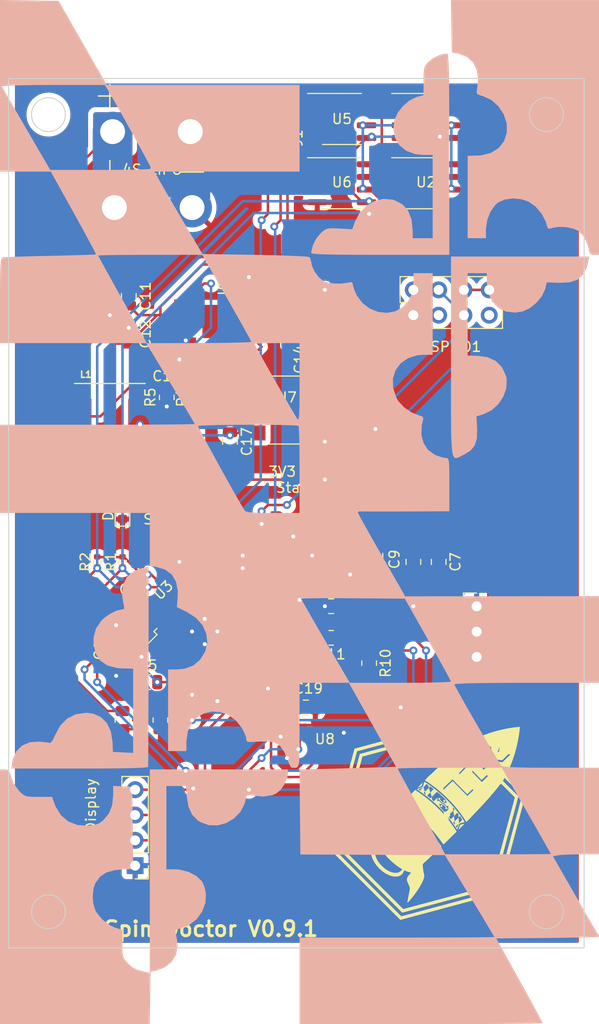
<source format=kicad_pcb>
(kicad_pcb (version 20211014) (generator pcbnew)
  (layers (0 "F.Cu" signal) (31 "B.Cu" signal) (34 "B.Paste" user) (35 "F.Paste" user) (36 "B.SilkS" user "B.Silkscreen") (37 "F.SilkS" user "F.Silkscreen") (38 "B.Mask" user) (39 "F.Mask" user) (44 "Edge.Cuts" user))
  (net 0 "")
  (net 1 "GND")
  (net 2 "/Microcontroller/SWDIO")
  (net 3 "+3V3")
  (net 4 "/Microcontroller/SWCLK")
  (net 12 "Net-(C10-Pad1)")
  (net 13 "Net-(C10-Pad2)")
  (net 16 "Net-(C1-Pad1)")
  (net 17 "/VBAT")
  (net 18 "Net-(D1-Pad2)")
  (net 19 "Net-(D2-Pad2)")
  (net 20 "Net-(C13-Pad2)")
  (net 45 "Net-(R10-Pad1)")
  (net 46 "Net-(R11-Pad1)")
  (net 47 "Net-(R12-Pad1)")
  (net 49 "Net-(C8-Pad2)")
  (net 74 "Net-(C14-Pad1)")
  (net 75 "Net-(C14-Pad2)")
  (net 76 "+5V")
  (net 77 "Net-(IC1-Pad7)")
  (net 78 "Net-(IC1-Pad5)")
  (net 81 "/Microcontroller/PA2")
  (net 82 "/Microcontroller/PA3")
  (net 84 "/SCL")
  (net 85 "/SDA")
  (net 88 "Net-(D3-Pad2)")
  (net 89 "/ESC_Cont")
  (net 90 "Net-(R13-Pad1)")
  (footprint "Capacitor_SMD:C_0805_2012Metric" (layer "F.Cu") (at 124.78 103.505)
    (fp_text reference "C6")
    (fp_text value "4.7uF" hide)
  )
  (footprint "Connector_PinHeader_1.27mm:PinHeader_2x05_P1.27mm_Vertical_SMD" (layer "F.Cu") (at 118.11 61.595 -90)
    (fp_text reference "J1")
    (fp_text value "Conn_ARM_JTAG_SWD_10")
  )
  (footprint "Connector_Wire:SolderWire-2sqmm_1x02_P7.8mm_D2mm_OD3.9mm" (layer "F.Cu") (at 103.78 60.96)
    (fp_text reference "J2" hide)
    (fp_text value "Conn_01x02_Female" hide)
  )
  (footprint "Capacitor_SMD:C_0805_2012Metric" (layer "F.Cu") (at 109.22 83.82 180)
    (fp_text reference "C10")
    (fp_text value "10nF" hide)
  )
  (footprint "Connector_PinHeader_2.54mm:PinHeader_1x03_P2.54mm_Vertical" (layer "F.Cu") (at 140.335 108.6)
    (fp_text reference "J5" hide)
    (fp_text value "ESC Connector" hide)
  )
  (footprint "Resistor_SMD:R_0805_2012Metric" (layer "F.Cu") (at 104.775 95.25 90)
    (fp_text reference "R8")
    (fp_text value "10k")
  )
  (footprint "Capacitor_SMD:C_0805_2012Metric" (layer "F.Cu") (at 136.525 104.14 -90)
    (fp_text reference "C7")
    (fp_text value "0.1uF" hide)
  )
  (footprint "Connector_PinHeader_2.54mm:PinHeader_1x04_P2.54mm_Vertical" (layer "F.Cu") (at 106.045 134.62 180)
    (fp_text reference "J6" hide)
    (fp_text value "OLED Display" hide)
  )
  (footprint "Resistor_SMD:R_0805_2012Metric" (layer "F.Cu") (at 127.635 81.915 180)
    (fp_text reference "R6")
    (fp_text value "6.8k" hide)
  )
  (footprint "Resistor_SMD:R_0402_1005Metric" (layer "F.Cu") (at 102.235 104.14 90)
    (fp_text reference "R2")
    (fp_text value "4.7k")
  )
  (footprint "Capacitor_SMD:C_0805_2012Metric" (layer "F.Cu") (at 111.125 95.25 180)
    (fp_text reference "C16")
    (fp_text value "22uF 6.3V CERM" hide)
  )
  (footprint "Capacitor_SMD:C_0805_2012Metric" (layer "F.Cu") (at 104.14 113.03 90)
    (fp_text reference "C1")
    (fp_text value "100nF" hide)
  )
  (footprint "Capacitor_SMD:C_0805_2012Metric" (layer "F.Cu") (at 111.125 91.44 180)
    (fp_text reference "C15")
    (fp_text value "22uF 6.3V CERM" hide)
  )
  (footprint "LED_SMD:LED_0603_1608Metric" (layer "F.Cu") (at 128.27 95.885 90)
    (fp_text reference "D1")
    (fp_text value "LED" hide)
  )
  (footprint "Resistor_SMD:R_0805_2012Metric" (layer "F.Cu") (at 122.555 79.375 180)
    (fp_text reference "R3")
    (fp_text value "100k" hide)
  )
  (footprint "Capacitor_SMD:C_0805_2012Metric" (layer "F.Cu") (at 105.41 77.47 -90)
    (fp_text reference "C11")
    (fp_text value "10uF 25V CERM" hide)
  )
  (footprint "Resistor_SMD:R_0805_2012Metric" (layer "F.Cu") (at 129.54 114.3 -90)
    (fp_text reference "R10")
    (fp_text value "4.7K" hide)
  )
  (footprint "Resistor_SMD:R_0805_2012Metric" (layer "F.Cu") (at 112.395 87.63 90)
    (fp_text reference "R4")
    (fp_text value "44.2k" hide)
  )
  (footprint "Capacitor_SMD:C_0805_2012Metric" (layer "F.Cu") (at 122.555 81.915 180)
    (fp_text reference "C14")
    (fp_text value "3.9nF" hide)
  )
  (footprint "Capacitor_SMD:C_0805_2012Metric" (layer "F.Cu") (at 133.985 104.14 -90)
    (fp_text reference "C9")
    (fp_text value "0.1uF" hide)
  )
  (footprint "Resistor_SMD:R_0805_2012Metric" (layer "F.Cu") (at 109.22 87.63 90)
    (fp_text reference "R5")
    (fp_text value "10k" hide)
  )
  (footprint "Capacitor_SMD:C_0805_2012Metric" (layer "F.Cu") (at 105.41 81.28 -90)
    (fp_text reference "C12")
    (fp_text value "10uF 25V CERM" hide)
  )
  (footprint "Resistor_SMD:R_0805_2012Metric" (layer "F.Cu") (at 125.73 111.76 180)
    (fp_text reference "R11")
    (fp_text value "4.7K" hide)
  )
  (footprint "MP2307:SO8-TH" (layer "F.Cu") (at 113.665 80.01 -90)
    (fp_text reference "IC1")
    (fp_text value "MP2307" hide)
  )
  (footprint "Package_SO:SOIC-8_3.9x4.9mm_P1.27mm" (layer "F.Cu") (at 135.255 66.14)
    (fp_text reference "U2")
    (fp_text value "CAT24M01W")
  )
  (footprint "B320A-13-F:DIOM5226X230N" (layer "F.Cu") (at 100.33 76.2 90)
    (fp_text reference "D3")
    (fp_text value "D_Schottky" hide)
  )
  (footprint "Capacitor_SMD:C_0805_2012Metric" (layer "F.Cu") (at 118.745 120.015)
    (fp_text reference "C20")
    (fp_text value "100nF" hide)
  )
  (footprint "Resistor_SMD:R_0402_1005Metric" (layer "F.Cu") (at 104.775 104.14 90)
    (fp_text reference "R1")
    (fp_text value "4.7k")
  )
  (footprint "Package_QFP:LQFP-48_7x7mm_P0.5mm" (layer "F.Cu") (at 113.03 111.125 45)
    (fp_text reference "U3")
    (fp_text value "STM32F103C8Tx" hide)
  )
  (footprint "Resistor_SMD:R_0805_2012Metric" (layer "F.Cu") (at 130.175 103.505 90)
    (fp_text reference "R12")
    (fp_text value "10K")
  )
  (footprint "Capacitor_SMD:C_0805_2012Metric" (layer "F.Cu") (at 121.285 112.395 180)
    (fp_text reference "C2")
    (fp_text value "100nF" hide)
  )
  (footprint "Package_SO:SOIC-8_3.9x4.9mm_P1.27mm" (layer "F.Cu") (at 126.805 66.14)
    (fp_text reference "U6")
    (fp_text value "CAT24M01W")
  )
  (footprint "Package_TO_SOT_SMD:SOT-223-3_TabPin2" (layer "F.Cu") (at 121.285 88.9)
    (fp_text reference "U7")
    (fp_text value "LD1117S33TR_SOT223" hide)
  )
  (footprint "Capacitor_SMD:C_0805_2012Metric" (layer "F.Cu") (at 128.27 88.265 90)
    (fp_text reference "C18")
    (fp_text value "10uF" hide)
  )
  (footprint "BNO085:BNO085" (layer "F.Cu") (at 130.175 109.22)
    (fp_text reference "U4")
    (fp_text value "BNO085")
  )
  (footprint "LED_SMD:LED_0603_1608Metric" (layer "F.Cu") (at 104.775 99.06 90)
    (fp_text reference "D2")
    (fp_text value "LED")
  )
  (footprint "LOGO" (layer "F.Cu") (at 135.255 130.175)
    (fp_text reference "G***")
    (fp_text value "LOGO" hide)
  )
  (footprint "Resistor_SMD:R_0805_2012Metric" (layer "F.Cu") (at 104.775 120.015 -90)
    (fp_text reference "R9")
    (fp_text value "1k" hide)
  )
  (footprint "Package_SO:SOIC-8_3.9x4.9mm_P1.27mm" (layer "F.Cu") (at 126.805 59.69)
    (fp_text reference "U5")
    (fp_text value "CAT24M01W")
  )
  (footprint "Connector_Wire:SolderWire-2sqmm_1x02_P7.8mm_D2mm_OD3.9mm" (layer "F.Cu") (at 103.96 68.58)
    (fp_text reference "J4" hide)
    (fp_text value "ESC Power" hide)
  )
  (footprint "ASPI-0630LR-100M-T15:IND_ASPI-0630LR-100M-T15" (layer "F.Cu") (at 103.505 89.535)
    (fp_text reference "L1")
    (fp_text value "10uH 4A" hide)
  )
  (footprint "Capacitor_SMD:C_0805_2012Metric" (layer "F.Cu") (at 114.3 102.87 -90)
    (fp_text reference "C3")
    (fp_text value "100nF" hide)
  )
  (footprint "Resistor_SMD:R_0805_2012Metric" (layer "F.Cu") (at 108.585 120.015 -90)
    (fp_text reference "R13")
    (fp_text value "198" hide)
  )
  (footprint "Connector_PinHeader_2.54mm:PinHeader_2x04_P2.54mm_Vertical" (layer "F.Cu") (at 133.98 79.38 90)
    (fp_text reference "J3" hide)
    (fp_text value "ESP_01_Socket" hide)
  )
  (footprint "Capacitor_SMD:C_0805_2012Metric" (layer "F.Cu") (at 107.315 116.205)
    (fp_text reference "C5")
    (fp_text value "100nF" hide)
  )
  (footprint "Capacitor_SMD:C_0805_2012Metric" (layer "F.Cu") (at 115.57 92.075 -90)
    (fp_text reference "C17")
    (fp_text value "100nF" hide)
  )
  (footprint "Capacitor_SMD:C_0805_2012Metric" (layer "F.Cu") (at 105.41 108.585)
    (fp_text reference "C4")
    (fp_text value "100nF" hide)
  )
  (footprint "Capacitor_SMD:C_0805_2012Metric" (layer "F.Cu") (at 125.73 108.585)
    (fp_text reference "C8")
    (fp_text value "0.1uF")
  )
  (footprint "Capacitor_SMD:C_0805_2012Metric" (layer "F.Cu") (at 123.19 118.745 180)
    (fp_text reference "C19")
    (fp_text value "100nF" hide)
  )
  (footprint "Resistor_SMD:R_0805_2012Metric" (layer "F.Cu") (at 128.27 92.075 90)
    (fp_text reference "R7")
    (fp_text value "500" hide)
  )
  (footprint "BMP581:BMP581" (layer "F.Cu") (at 122.555 121.285)
    (fp_text reference "U8")
    (fp_text value "BMP581" hide)
  )
  (footprint "Capacitor_SMD:C_0805_2012Metric" (layer "F.Cu") (at 119.38 76.835 -90)
    (fp_text reference "C13")
    (fp_text value "0.1uF" hide)
  )
  (footprint "Package_SO:SOIC-8_3.9x4.9mm_P1.27mm" (layer "F.Cu") (at 135.255 59.69)
    (fp_text reference "U1")
    (fp_text value "CAT24M01W")
  )
  (footprint "LOGO" (layer "B.Cu") (at 122.555 99.06 -90)
    (fp_text reference "G***" hide)
    (fp_text value "LOGO" hide)
  )
  (gr_circle (center 97.34 139.2505) (end 99.04 139.2505) (layer "Edge.Cuts") (width 0.1) (fill none))
  (gr_rect (start 93.345 55.626) (end 151.13 142.875) (layer "Edge.Cuts") (width 0.1) (fill none))
  (gr_circle (center 97.34 59.2505) (end 99.04 59.2505) (layer "Edge.Cuts") (width 0.1) (fill none))
  (gr_circle (center 147.34 59.2505) (end 149.04 59.2505) (layer "Edge.Cuts") (width 0.1) (fill none))
  (gr_circle (center 147.34 139.2505) (end 149.04 139.2505) (layer "Edge.Cuts") (width 0.1) (fill none))
  (gr_text "4S LIPO" (at 107.77 64.77) (layer "F.SilkS") (effects (font (size 1 1))))
  (gr_text "ESC Power" (at 107.77 72.39) (layer "F.SilkS") (effects (font (size 1 1))))
  (gr_text "ESC" (at 143.51 111.125) (layer "F.SilkS") (effects (font (size 1 1))))
  (gr_text "+" (at 103.505 64.77) (layer "F.SilkS") (effects (font (size 3 3))))
  (gr_text "-" (at 111.76 64.77) (layer "F.SilkS") (effects (font (size 3 3))))
  (gr_text "5V Bus\nStatus" (at 109.22 99.06) (layer "F.SilkS") (effects (font (size 1 1))))
  (gr_text "Spin Doctor V0.9.1" (at 113.665 140.97) (layer "F.SilkS") (effects (font (size 1.5 1.5) (thickness 0.3))))
  (gr_text "3V3 Bus\nStatus" (at 122.555 95.885) (layer "F.SilkS") (effects (font (size 1 1))))
  (gr_text "-" (at 111.76 57.15) (layer "F.SilkS") (effects (font (size 3 3))))
  (gr_text "ESP-01" (at 137.795 82.55) (layer "F.SilkS") (effects (font (size 1 1))))
  (gr_text "OLED Display" (at 101.6 130.81 90) (layer "F.SilkS") (effects (font (size 1 1))))
  (gr_text "+" (at 103.505 57.15) (layer "F.SilkS") (effects (font (size 3 3))))
  (segment (start 110.175 91.44) (end 109.22 90.485) (width 0.25) (layer "F.Cu") (net 1))
  (segment (start 110.616998 114.598662) (end 112.82066 112.395) (width 0.25) (layer "F.Cu") (net 1))
  (segment (start 112.454455 109.279455) (end 113.03 109.855) (width 0.25) (layer "F.Cu") (net 1))
  (segment (start 129.425 106.9575) (end 127.8775 105.41) (width 0.25) (layer "F.Cu") (net 1))
  (segment (start 116.115489 104.229511) (end 116.84 103.505) (width 0.25) (layer "F.Cu") (net 1))
  (segment (start 110.123795 109.279455) (end 112.454455 109.279455) (width 0.25) (layer "F.Cu") (net 1))
  (segment (start 128.6125 106.97) (end 129.4125 106.97) (width 0.25) (layer "F.Cu") (net 1))
  (segment (start 108.495678 109.772658) (end 109.84802 111.125) (width 0.25) (layer "F.Cu") (net 1))
  (segment (start 122.055 122.06) (end 121.285 122.83) (width 0.25) (layer "F.Cu") (net 1))
  (segment (start 131.7375 108.966) (end 133.604 108.966) (width 0.25) (layer "F.Cu") (net 1))
  (segment (start 117.564322 112.477342) (end 116.21198 111.125) (width 0.25) (layer "F.Cu") (net 1))
  (segment (start 130.925 106.9575) (end 130.925 108.757022) (width 0.25) (layer "F.Cu") (net 1))
  (segment (start 109.84802 111.125) (end 111.76 111.125) (width 0.25) (layer "F.Cu") (net 1))
  (segment (start 112.82066 112.395) (end 113.03 112.395) (width 0.25) (layer "F.Cu") (net 1))
  (segment (start 114.382342 106.590678) (end 116.115489 104.857531) (width 0.25) (layer "F.Cu") (net 1))
  (segment (start 131.133978 108.966) (end 131.7375 108.966) (width 0.25) (layer "F.Cu") (net 1))
  (segment (start 133.604 108.966) (end 133.985 108.585) (width 0.25) (layer "F.Cu") (net 1))
  (segment (start 121.285 122.83) (end 121.285 123.825) (width 0.25) (layer "F.Cu") (net 1))
  (segment (start 109.22 90.485) (end 109.22 88.5425) (width 0.25) (layer "F.Cu") (net 1))
  (segment (start 116.115489 104.857531) (end 116.115489 104.229511) (width 0.25) (layer "F.Cu") (net 1))
  (segment (start 123.055 120.51) (end 126.225 120.51) (width 0.25) (layer "F.Cu") (net 1))
  (segment (start 126.225 120.51) (end 127 121.285) (width 0.25) (layer "F.Cu") (net 1))
  (segment (start 129.4125 106.97) (end 129.425 106.9575) (width 0.25) (layer "F.Cu") (net 1))
  (segment (start 110.175 91.44) (end 110.175 95.25) (width 0.25) (layer "F.Cu") (net 1))
  (segment (start 116.21198 111.125) (end 114.3 111.125) (width 0.25) (layer "F.Cu") (net 1))
  (segment (start 122.555 120.51) (end 123.055 120.51) (width 0.25) (layer "F.Cu") (net 1))
  (segment (start 127.8775 105.41) (end 127.635 105.41) (width 0.25) (layer "F.Cu") (net 1))
  (segment (start 109.556338 108.711998) (end 110.123795 109.279455) (width 0.25) (layer "F.Cu") (net 1))
  (segment (start 130.925 108.757022) (end 131.133978 108.966) (width 0.25) (layer "F.Cu") (net 1))
  (via (at 103.505 79.375) (size 0.8) (drill 0.4) (layers "F.Cu" "B.Cu") (net 1))
  (via (at 105.41 80.645) (size 0.8) (drill 0.4) (layers "F.Cu" "B.Cu") (net 1))
  (via (at 123.825 103.505) (size 0.8) (drill 0.4) (layers "F.Cu" "B.Cu") (net 1))
  (via (at 127 121.285) (size 0.8) (drill 0.4) (layers "F.Cu" "B.Cu") (net 1))
  (via (at 113.03 109.855) (size 0.8) (drill 0.4) (layers "F.Cu" "B.Cu") (net 1))
  (via (at 111.125 81.915) (size 0.8) (drill 0.4) (layers "F.Cu" "B.Cu") (net 1))
  (via (at 133.985 108.585) (size 0.8) (drill 0.4) (layers "F.Cu" "B.Cu") (net 1))
  (via (at 104.14 110.49) (size 0.8) (drill 0.4) (layers "F.Cu" "B.Cu") (net 1))
  (via (at 117.475 75.565) (size 0.8) (drill 0.4) (layers "F.Cu" "B.Cu") (net 1))
  (via (at 111.76 111.125) (size 0.8) (drill 0.4) (layers "F.Cu" "B.Cu") (net 1))
  (via (at 118.745 100.33) (size 0.8) (drill 0.4) (layers "F.Cu" "B.Cu") (net 1))
  (via (at 109.22 88.5425) (size 0.8) (drill 0.4) (layers "F.Cu" "B.Cu") (net 1))
  (via (at 116.84 103.505) (size 0.8) (drill 0.4) (layers "F.Cu" "B.Cu") (net 1))
  (via (at 122.555 107.95) (size 0.8) (drill 0.4) (layers "F.Cu" "B.Cu") (net 1))
  (via (at 114.3 111.125) (size 0.8) (drill 0.4) (layers "F.Cu" "B.Cu") (net 1))
  (via (at 113.03 112.395) (size 0.8) (drill 0.4) (layers "F.Cu" "B.Cu") (net 1))
  (via (at 125.095 108.585) (size 0.8) (drill 0.4) (layers "F.Cu" "B.Cu") (net 1))
  (via (at 104.14 115.57) (size 0.8) (drill 0.4) (layers "F.Cu" "B.Cu") (net 1))
  (via (at 127.635 105.41) (size 0.8) (drill 0.4) (layers "F.Cu" "B.Cu") (net 1))
  (via (at 121.285 123.825) (size 0.8) (drill 0.4) (layers "F.Cu" "B.Cu") (net 1))
  (segment (start 116.84 103.505) (end 116.84 102.235) (width 0.25) (layer "B.Cu") (net 1))
  (segment (start 111.58 68.4) (end 111.76 68.58) (width 4) (layer "B.Cu") (net 1))
  (segment (start 111.58 60.96) (end 111.58 68.4) (width 4) (layer "B.Cu") (net 1))
  (segment (start 124.46 107.95) (end 122.555 107.95) (width 0.25) (layer "B.Cu") (net 1))
  (segment (start 116.84 102.235) (end 118.745 100.33) (width 0.25) (layer "B.Cu") (net 1))
  (segment (start 125.095 108.585) (end 124.46 107.95) (width 0.25) (layer "B.Cu") (net 1))
  (segment (start 120.65 69.85) (end 120.015 70.485) (width 0.25) (layer "F.Cu") (net 2))
  (segment (start 116.84 104.775) (end 115.670361 105.944639) (width 0.25) (layer "F.Cu") (net 2))
  (segment (start 120.65 63.545) (end 120.65 69.85) (width 0.25) (layer "F.Cu") (net 2))
  (segment (start 115.670361 106.009765) (end 114.735895 106.944231) (width 0.25) (layer "F.Cu") (net 2))
  (segment (start 115.670361 105.944639) (end 115.670361 106.009765) (width 0.25) (layer "F.Cu") (net 2))
  (via (at 116.84 104.775) (size 0.8) (drill 0.4) (layers "F.Cu" "B.Cu") (net 2))
  (via (at 120.015 70.485) (size 0.8) (drill 0.4) (layers "F.Cu" "B.Cu") (net 2))
  (segment (start 120.104511 70.574511) (end 120.104511 101.510489) (width 0.25) (layer "B.Cu") (net 2))
  (segment (start 120.104511 101.510489) (end 116.84 104.775) (width 0.25) (layer "B.Cu") (net 2))
  (segment (start 120.015 70.485) (end 120.104511 70.574511) (width 0.25) (layer "B.Cu") (net 2))
  (segment (start 125.73 103.505) (end 124.632973 102.407973) (width 0.25) (layer "F.Cu") (net 3))
  (segment (start 118.189088 112.395) (end 120.335 112.395) (width 0.25) (layer "F.Cu") (net 3))
  (segment (start 120.335 108.9) (end 120.335 112.395) (width 0.25) (layer "F.Cu") (net 3))
  (segment (start 107.315 109.299088) (end 107.315 109.22) (width 0.25) (layer "F.Cu") (net 3))
  (segment (start 108.142124 110.126212) (end 107.315 109.299088) (width 0.25) (layer "F.Cu") (net 3))
  (segment (start 130.425 107.769022) (end 129.224022 108.97) (width 0.25) (layer "F.Cu") (net 3))
  (segment (start 126.365 102.87) (end 125.73 103.505) (width 0.25) (layer "F.Cu") (net 3))
  (segment (start 130.175 57.15) (end 137.095 57.15) (width 0.25) (layer "F.Cu") (net 3))
  (segment (start 125.095 92.075) (end 126.365 93.345) (width 0.25) (layer "F.Cu") (net 3))
  (segment (start 126.365 101.6) (end 127 102.235) (width 0.25) (layer "F.Cu") (net 3))
  (segment (start 108.039511 103.415489) (end 106.36 105.095) (width 0.25) (layer "F.Cu") (net 3))
  (segment (start 130.175 102.5925) (end 133.3875 102.5925) (width 0.25) (layer "F.Cu") (net 3))
  (segment (start 126.365 101.6) (end 126.365 102.87) (width 0.25) (layer "F.Cu") (net 3))
  (segment (start 120.65 125.73) (end 122.555 125.73) (width 0.25) (layer "F.Cu") (net 3))
  (segment (start 130.81 63.911072) (end 132.403928 65.505) (width 0.25) (layer "F.Cu") (net 3))
  (segment (start 127.955 88.9) (end 124.435 88.9) (width 0.25) (layer "F.Cu") (net 3))
  (segment (start 120.597493 115.57) (end 118.745 115.57) (width 0.25) (layer "F.Cu") (net 3))
  (segment (start 139.065 57.15) (end 140.335 58.42) (width 0.25) (layer "F.Cu") (net 3))
  (segment (start 130.81 63.5) (end 130.075 64.235) (width 0.25) (layer "F.Cu") (net 3))
  (segment (start 128.27 115.2125) (end 129.54 115.2125) (width 0.25) (layer "F.Cu") (net 3))
  (segment (start 129.28 57.785) (end 128.905 57.785) (width 0.25) (layer "F.Cu") (net 3))
  (segment (start 114.3 105.965912) (end 114.3 103.82) (width 0.25) (layer "F.Cu") (net 3))
  (segment (start 121.344511 73.084511) (end 125.095 76.835) (width 0.25) (layer "F.Cu") (net 3))
  (segment (start 113.056724 123.216724) (end 113.056724 127.608276) (width 0.25) (layer "F.Cu") (net 3))
  (segment (start 119.695 123.505) (end 119.695 124.775) (width 0.25) (layer "F.Cu") (net 3))
  (segment (start 122.02 66.775) (end 121.344511 66.099511) (width 0.25) (layer "F.Cu") (net 3))
  (segment (start 126.365 98.425) (end 125.095 98.425) (width 0.25) (layer "F.Cu") (net 3))
  (segment (start 139.06 76.84) (end 141.6 76.84) (width 0.25) (layer "F.Cu") (net 3))
  (segment (start 120.323478 120.015) (end 119.695 120.015) (width 0.25) (layer "F.Cu") (net 3))
  (segment (start 104.775 103.66) (end 104.925 103.66) (width 0.25) (layer "F.Cu") (net 3))
  (segment (start 128.27 89.215) (end 126.365 91.12) (width 0.25) (layer "F.Cu") (net 3))
  (segment (start 121.344511 66.099511) (end 121.344511 73.084511) (width 0.25) (layer "F.Cu") (net 3))
  (segment (start 127 104.14) (end 123.825 107.315) (width 0.25) (layer "F.Cu") (net 3))
  (segment (start 137.795 74.295) (end 139.06 75.56) (width 0.25) (layer "F.Cu") (net 3))
  (segment (start 130.075 64.235) (end 129.28 64.235) (width 0.25) (layer "F.Cu") (net 3))
  (segment (start 128.903928 57.785) (end 129.28 57.785) (width 0.25) (layer "F.Cu") (net 3))
  (segment (start 127 102.235) (end 127 104.14) (width 0.25) (layer "F.Cu") (net 3))
  (segment (start 107.315 109.22) (end 106.68 108.585) (width 0.25) (layer "F.Cu") (net 3))
  (segment (start 122.055 118.93) (end 122.055 120.51) (width 0.25) (layer "F.Cu") (net 3))
  (segment (start 115.712027 102.407973) (end 114.3 103.82) (width 0.25) (layer "F.Cu") (net 3))
  (segment (start 123.825 110.7675) (end 123.825 112.342493) (width 0.25) (layer "F.Cu") (net 3))
  (segment (start 132.715 107.104022) (end 132.349022 107.47) (width 0.25) (layer "F.Cu") (net 3))
  (segment (start 113.03 123.19) (end 113.056724 123.216724) (width 0.25) (layer "F.Cu") (net 3))
  (segment (start 124.33 65.505) (end 122.02 65.505) (width 0.25) (layer "F.Cu") (net 3))
  (segment (start 126.365 91.12) (end 126.365 93.345) (width 0.25) (layer "F.Cu") (net 3))
  (segment (start 126.365 98.425) (end 126.365 101.6) (width 0.25) (layer "F.Cu") (net 3))
  (segment (start 123.825 112.342493) (end 120.597493 115.57) (width 0.25) (layer "F.Cu") (net 3))
  (segment (start 128.27 89.215) (end 127.955 88.9) (width 0.25) (layer "F.Cu") (net 3))
  (segment (start 106.36 105.095) (end 106.36 108.585) (width 0.25) (layer "F.Cu") (net 3))
  (segment (start 106.36 113.345) (end 106.68 113.665) (width 0.25) (layer "F.Cu") (net 3))
  (segment (start 124.435 88.9) (end 118.135 88.9) (width 0.25) (layer "F.Cu") (net 3))
  (segment (start 121.343478 121.035) (end 120.323478 120.015) (width 0.25) (layer "F.Cu") (net 3))
  (segment (start 133.985 103.19) (end 136.525 103.19) (width 0.25) (layer "F.Cu") (net 3))
  (segment (start 114.028788 106.237124) (end 114.3 105.965912) (width 0.25) (layer "F.Cu") (net 3))
  (segment (start 121.344511 64.829511) (end 121.344511 66.099511) (width 0.25) (layer "F.Cu") (net 3))
  (segment (start 123.825 110.7675) (end 124.8175 111.76) (width 0.25) (layer "F.Cu") (net 3))
  (segment (start 140.335 58.42) (end 140.335 62.865) (width 0.25) (layer "F.Cu") (net 3))
  (segment (start 132.037989 104.732989) (end 130.425 106.345978) (width 0.25) (layer "F.Cu") (net 3))
  (segment (start 127.635 74.295) (end 137.795 74.295) (width 0.25) (layer "F.Cu") (net 3))
  (segment (start 120.65 59.645) (end 121.344511 60.339511) (width 0.25) (layer "F.Cu") (net 3))
  (segment (start 106.36 108.585) (end 106.36 113.345) (width 0.25) (layer "F.Cu") (net 3))
  (segment (start 132.403928 65.505) (end 132.78 65.505) (width 0.25) (layer "F.Cu") (net 3))
  (segment (start 124.315489 60.339511) (end 124.33 60.325) (width 0.25) (layer "F.Cu") (net 3))
  (segment (start 125.095 98.425) (end 121.92 101.6) (width 0.25) (layer "F.Cu") (net 3))
  (segment (start 106.68 108.585) (end 106.36 108.585) (width 0.25) (layer "F.Cu") (net 3))
  (segment (start 113.056724 127.608276) (end 108.585 132.08) (width 0.25) (layer "F.Cu") (net 3))
  (segment (start 130.425 106.9575) (end 130.425 107.769022) (width 0.25) (layer "F.Cu") (net 3))
  (segment (start 126.365 93.345) (end 126.365 98.425) (width 0.25) (layer "F.Cu") (net 3))
  (segment (start 133.3875 102.5925) (end 133.985 103.19) (width 0.25) (layer "F.Cu") (net 3))
  (segment (start 128.6125 109.47) (end 128.6125 108.97) (width 0.25) (layer "F.Cu") (net 3))
  (segment (start 133.985 103.19) (end 133.580978 103.19) (width 0.25) (layer "F.Cu") (net 3))
  (segment (start 127.3575 102.5925) (end 127 102.235) (width 0.25) (layer "F.Cu") (net 3))
  (segment (start 124.33 66.775) (end 122.02 66.775) (width 0.25) (layer "F.Cu") (net 3))
  (segment (start 139.06 75.56) (end 139.06 76.84) (width 0.25) (layer "F.Cu") (net 3))
  (segment (start 117.917876 112.123788) (end 118.189088 112.395) (width 0.25) (layer "F.Cu") (net 3))
  (segment (start 125.095 76.835) (end 127.635 74.295) (width 0.25) (layer "F.Cu") (net 3))
  (segment (start 130.425 106.345978) (end 130.425 106.9575) (width 0.25) (layer "F.Cu") (net 3))
  (segment (start 137.095 57.15) (end 137.73 57.785) (width 0.25) (layer "F.Cu") (net 3))
  (segment (start 128.27 57.15) (end 130.175 57.15) (width 0.25) (layer "F.Cu") (net 3))
  (segment (start 118.745 115.57) (end 113.03 121.285) (width 0.25) (layer "F.Cu") (net 3))
  (segment (start 108.585 132.08) (end 106.045 132.08) (width 0.25) (layer "F.Cu") (net 3))
  (segment (start 125.73 103.505) (end 120.335 108.9) (width 0.25) (layer "F.Cu") (net 3))
  (segment (start 119.38 116.84) (end 119.38 119.7) (width 0.25) (layer "F.Cu") (net 3))
  (segment (start 130.175 102.5925) (end 127.3575 102.5925) (width 0.25) (layer "F.Cu") (net 3))
  (segment (start 123.825 124.46) (end 123.825 123.825) (width 0.25) (layer "F.Cu") (net 3))
  (segment (start 123.825 122.555) (end 123.825 123.825) (width 0.25) (layer "F.Cu") (net 3))
  (segment (start 109.717766 116.205) (end 108.265 116.205) (width 0.25) (layer "F.Cu") (net 3))
  (segment (start 121.344511 59.124417) (end 123.318928 57.15) (width 0.25) (layer "F.Cu") (net 3))
  (segment (start 120.335 116.84) (end 122.24 118.745) (width 0.25) (layer "F.Cu") (net 3))
  (segment (start 121.344511 60.384511) (end 121.344511 64.829511) (width 0.25) (layer "F.Cu") (net 3))
  (segment (start 123.825 107.315) (end 123.825 110.7675) (width 0.25) (layer "F.Cu") (net 3))
  (segment (start 132.349022 107.47) (end 131.7375 107.47) (width 0.25) (layer "F.Cu") (net 3))
  (segment (start 128.905 57.785) (end 128.27 57.15) (width 0.25) (layer "F.Cu") (net 3))
  (segment (start 132.037989 104.732989) (end 132.715 105.41) (width 0.25) (layer "F.Cu") (net 3))
  (segment (start 122.02 65.505) (end 121.344511 64.829511) (width 0.25) (layer "F.Cu") (net 3))
  (segment (start 128.27 89.215) (end 128.27 91.1625) (width 0.25) (layer "F.Cu") (net 3))
  (segment (start 124.8175 111.76) (end 128.27 115.2125) (width 0.25) (layer "F.Cu") (net 3))
  (segment (start 119.695 123.505) (end 119.695 120.015) (width 0.25) (layer "F.Cu") (net 3))
  (segment (start 104.925 103.66) (end 106.36 105.095) (width 0.25) (layer "F.Cu") (net 3))
  (segment (start 130.175 57.15) (end 130.81 57.785) (width 0.25) (layer "F.Cu") (net 3))
  (segment (start 122.555 125.73) (end 123.825 124.46) (width 0.25) (layer "F.Cu") (net 3))
  (segment (start 122.24 118.745) (end 122.055 118.93) (width 0.25) (layer "F.Cu") (net 3))
  (segment (start 124.632973 102.407973) (end 115.712027 102.407973) (width 0.25) (layer "F.Cu") (net 3))
  (segment (start 121.344511 60.339511) (end 121.344511 60.384511) (width 0.25) (layer "F.Cu") (net 3))
  (segment (start 119.695 124.775) (end 120.65 125.73) (width 0.25) (layer "F.Cu") (net 3))
  (segment (start 138.965 64.235) (end 137.73 64.235) (width 0.25) (layer "F.Cu") (net 3))
  (segment (start 132.715 105.41) (end 132.715 107.104022) (width 0.25) (layer "F.Cu") (net 3))
  (segment (start 133.580978 103.19) (end 132.037989 104.732989) (width 0.25) (layer "F.Cu") (net 3))
  (segment (start 113.03 121.285) (end 113.03 123.19) (width 0.25) (layer "F.Cu") (net 3))
  (segment (start 129.224022 108.97) (end 128.6125 108.97) (width 0.25) (layer "F.Cu") (net 3))
  (segment (start 130.81 63.5) (end 130.81 63.911072) (width 0.25) (layer "F.Cu") (net 3))
  (segment (start 121.344511 60.384511) (end 121.344511 59.124417) (width 0.25) (layer "F.Cu") (net 3))
  (segment (start 119.38 119.7) (end 119.695 120.015) (width 0.25) (layer "F.Cu") (net 3))
  (segment (start 119.38 116.84) (end 120.335 116.84) (width 0.25) (layer "F.Cu") (net 3))
  (segment (start 123.055 122.06) (end 123.33 122.06) (width 0.25) (layer "F.Cu") (net 3))
  (segment (start 110.970551 114.952215) (end 109.717766 116.205) (width 0.25) (layer "F.Cu") (net 3))
  (segment (start 123.33 122.06) (end 123.825 122.555) (width 0.25) (layer "F.Cu") (net 3))
  (segment (start 137.095 57.15) (end 139.065 57.15) (width 0.25) (layer "F.Cu") (net 3))
  (segment (start 130.81 57.785) (end 130.81 63.5) (width 0.25) (layer "F.Cu") (net 3))
  (segment (start 140.335 62.865) (end 138.965 64.235) (width 0.25) (layer "F.Cu") (net 3))
  (segment (start 114.704511 103.415489) (end 108.039511 103.415489) (width 0.25) (layer "F.Cu") (net 3))
  (segment (start 121.805 121.035) (end 121.343478 121.035) (width 0.25) (layer "F.Cu") (net 3))
  (segment (start 121.344511 60.339511) (end 124.315489 60.339511) (width 0.25) (layer "F.Cu") (net 3))
  (segment (start 102.235 103.66) (end 104.775 103.66) (width 0.25) (layer "F.Cu") (net 3))
  (segment (start 115.712027 102.407973) (end 114.704511 103.415489) (width 0.25) (layer "F.Cu") (net 3))
  (segment (start 123.318928 57.15) (end 128.27 57.15) (width 0.25) (layer "F.Cu") (net 3))
  (via (at 121.92 101.6) (size 0.8) (drill 0.4) (layers "F.Cu" "B.Cu") (net 3))
  (via (at 125.095 76.835) (size 0.8) (drill 0.4) (layers "F.Cu" "B.Cu") (net 3))
  (via (at 119.38 116.84) (size 0.8) (drill 0.4) (layers "F.Cu" "B.Cu") (net 3))
  (via (at 108.265 116.205) (size 0.8) (drill 0.4) (layers "F.Cu" "B.Cu") (net 3))
  (via (at 125.095 92.075) (size 0.8) (drill 0.4) (layers "F.Cu" "B.Cu") (net 3))
  (via (at 106.68 113.665) (size 0.8) (drill 0.4) (layers "F.Cu" "B.Cu") (net 3))
  (segment (start 125.095 76.835) (end 125.095 92.075) (width 0.25) (layer "B.Cu") (net 3))
  (segment (start 121.92 101.6) (end 119.38 104.14) (width 0.25) (layer "B.Cu") (net 3))
  (segment (start 106.68 114.62) (end 108.265 116.205) (width 0.25) (layer "B.Cu") (net 3))
  (segment (start 119.38 104.14) (end 119.38 116.84) (width 0.25) (layer "B.Cu") (net 3))
  (segment (start 106.68 113.665) (end 106.68 114.62) (width 0.25) (layer "B.Cu") (net 3))
  (segment (start 111.096746 105.302658) (end 112.031212 106.237124) (width 0.25) (layer "F.Cu") (net 4))
  (segment (start 119.38 63.545) (end 119.38 69.215) (width 0.25) (layer "F.Cu") (net 4))
  (segment (start 119.38 69.215) (end 118.745 69.85) (width 0.25) (layer "F.Cu") (net 4))
  (segment (start 111.096746 104.746746) (end 111.096746 105.302658) (width 0.25) (layer "F.Cu") (net 4))
  (segment (start 110.49 104.14) (end 111.096746 104.746746) (width 0.25) (layer "F.Cu") (net 4))
  (via (at 118.745 69.85) (size 0.8) (drill 0.4) (layers "F.Cu" "B.Cu") (net 4))
  (via (at 110.49 104.14) (size 0.8) (drill 0.4) (layers "F.Cu" "B.Cu") (net 4))
  (segment (start 118.745 69.85) (end 118.655489 69.939511) (width 0.25) (layer "B.Cu") (net 4))
  (segment (start 118.655489 95.974511) (end 110.49 104.14) (width 0.25) (layer "B.Cu") (net 4))
  (segment (start 118.655489 69.939511) (end 118.655489 95.974511) (width 0.25) (layer "B.Cu") (net 4))
  (segment (start 112.97 76.2) (end 113.665 76.2) (width 0.25) (layer "F.Cu") (net 12))
  (segment (start 111.065 78.105) (end 112.97 76.2) (width 0.25) (layer "F.Cu") (net 12))
  (via (at 110.49 83.82) (size 0.8) (drill 0.4) (layers "F.Cu" "B.Cu") (net 12))
  (via (at 113.665 76.2) (size 0.8) (drill 0.4) (layers "F.Cu" "B.Cu") (net 12))
  (segment (start 113.665 80.645) (end 110.49 83.82) (width 0.25) (layer "B.Cu") (net 12))
  (segment (start 113.665 76.2) (end 113.665 80.645) (width 0.25) (layer "B.Cu") (net 12))
  (segment (start 108.27 83.82) (end 108.27 82.64) (width 0.25) (layer "F.Cu") (net 13))
  (segment (start 110.265 80.645) (end 111.065 80.645) (width 0.25) (layer "F.Cu") (net 13))
  (segment (start 108.27 82.64) (end 110.265 80.645) (width 0.25) (layer "F.Cu") (net 13))
  (segment (start 102.555 89.535) (end 100.48 89.535) (width 0.25) (layer "F.Cu") (net 13))
  (segment (start 108.27 83.82) (end 102.555 89.535) (width 0.25) (layer "F.Cu") (net 13))
  (segment (start 110.263445 114.245109) (end 109.695989 114.812565) (width 0.25) (layer "F.Cu") (net 16))
  (segment (start 104.972565 114.812565) (end 104.14 113.98) (width 0.25) (layer "F.Cu") (net 16))
  (segment (start 109.695989 114.812565) (end 104.972565 114.812565) (width 0.25) (layer "F.Cu") (net 16))
  (segment (start 105.41 78.42) (end 106.365 79.375) (width 0.25) (layer "F.Cu") (net 17))
  (segment (start 100.33 78.335) (end 98.980489 79.684511) (width 0.25) (layer "F.Cu") (net 17))
  (segment (start 123.4675 76.4775) (end 123.4675 79.375) (width 0.25) (layer "F.Cu") (net 17))
  (segment (start 98.980489 114.855489) (end 103.2275 119.1025) (width 0.25) (layer "F.Cu") (net 17))
  (segment (start 121.285 74.295) (end 123.4675 76.4775) (width 0.25) (layer "F.Cu") (net 17))
  (segment (start 100.33 78.335) (end 105.325 78.335) (width 0.25) (layer "F.Cu") (net 17))
  (segment (start 104.225 82.23) (end 105.41 82.23) (width 0.25) (layer "F.Cu") (net 17))
  (segment (start 108.265 79.375) (end 108.585 79.375) (width 0.25) (layer "F.Cu") (net 17))
  (segment (start 105.41 82.23) (end 108.265 79.375) (width 0.25) (layer "F.Cu") (net 17))
  (segment (start 103.2275 119.1025) (end 104.775 119.1025) (width 0.25) (layer "F.Cu") (net 17))
  (segment (start 106.365 79.375) (end 111.065 79.375) (width 0.25) (layer "F.Cu") (net 17))
  (segment (start 108.585 78.535978) (end 112.825978 74.295) (width 0.25) (layer "F.Cu") (net 17))
  (segment (start 112.825978 74.295) (end 121.285 74.295) (width 0.25) (layer "F.Cu") (net 17))
  (segment (start 108.585 79.375) (end 108.585 78.535978) (width 0.25) (layer "F.Cu") (net 17))
  (segment (start 98.980489 79.684511) (end 98.980489 114.855489) (width 0.25) (layer "F.Cu") (net 17))
  (segment (start 105.325 78.335) (end 105.41 78.42) (width 0.25) (layer "F.Cu") (net 17))
  (segment (start 100.33 78.335) (end 104.225 82.23) (width 0.25) (layer "F.Cu") (net 17))
  (segment (start 108.585 79.375) (end 111.065 79.375) (width 0.25) (layer "F.Cu") (net 17))
  (segment (start 128.27 92.9875) (end 128.27 95.0975) (width 0.25) (layer "F.Cu") (net 18))
  (segment (start 104.775 96.1625) (end 104.775 98.2725) (width 0.25) (layer "F.Cu") (net 19))
  (segment (start 119.06 78.105) (end 119.38 77.785) (width 0.25) (layer "F.Cu") (net 20))
  (segment (start 116.265 78.105) (end 119.06 78.105) (width 0.25) (layer "F.Cu") (net 20))
  (segment (start 129.425 113.2725) (end 129.54 113.3875) (width 0.25) (layer "F.Cu") (net 45))
  (segment (start 129.425 111.4825) (end 129.425 113.2725) (width 0.25) (layer "F.Cu") (net 45))
  (segment (start 126.9325 111.47) (end 126.6425 111.76) (width 0.25) (layer "F.Cu") (net 46))
  (segment (start 128.6125 111.47) (end 126.9325 111.47) (width 0.25) (layer "F.Cu") (net 46))
  (segment (start 129.925 104.6675) (end 130.175 104.4175) (width 0.25) (layer "F.Cu") (net 47))
  (segment (start 129.925 106.9575) (end 129.925 104.6675) (width 0.25) (layer "F.Cu") (net 47))
  (segment (start 128.6125 108.47) (end 126.795 108.47) (width 0.25) (layer "F.Cu") (net 49))
  (segment (start 126.795 108.47) (end 126.68 108.585) (width 0.25) (layer "F.Cu") (net 49))
  (segment (start 123.505 81.915) (end 126.7225 81.915) (width 0.25) (layer "F.Cu") (net 74))
  (segment (start 116.265 80.645) (end 120.335 80.645) (width 0.25) (layer "F.Cu") (net 75))
  (segment (start 120.335 80.645) (end 121.605 81.915) (width 0.25) (layer "F.Cu") (net 75))
  (segment (start 108.50952 87.70548) (end 111.55798 87.70548) (width 0.25) (layer "F.Cu") (net 76))
  (segment (start 106.53 89.535) (end 106.53 90.32) (width 0.25) (layer "F.Cu") (net 76))
  (segment (start 106.53 93.195) (end 109.63452 96.29952) (width 0.25) (layer "F.Cu") (net 76))
  (segment (start 109.63452 96.29952) (end 113.44452 96.29952) (width 0.25) (layer "F.Cu") (net 76))
  (segment (start 112.395 88.5425) (end 112.395 91.12) (width 0.25) (layer "F.Cu") (net 76))
  (segment (start 106.53 89.535) (end 106.68 89.535) (width 0.25) (layer "F.Cu") (net 76))
  (segment (start 113.44452 96.29952) (end 113.85904 95.885) (width 0.25) (layer "F.Cu") (net 76))
  (segment (start 104.775 94.3375) (end 105.9175 93.195) (width 0.25) (layer "F.Cu") (net 76))
  (segment (start 111.55798 87.70548) (end 112.395 88.5425) (width 0.25) (layer "F.Cu") (net 76))
  (segment (start 105.9175 93.195) (end 106.53 93.195) (width 0.25) (layer "F.Cu") (net 76))
  (segment (start 112.075 91.44) (end 112.075 95.25) (width 0.25) (layer "F.Cu") (net 76))
  (segment (start 141.509511 109.965489) (end 140.335 111.14) (width 0.25) (layer "F.Cu") (net 76))
  (segment (start 113.85904 95.885) (end 125.095 95.885) (width 0.25) (layer "F.Cu") (net 76))
  (segment (start 118.135 91.2) (end 115.645 91.2) (width 0.25) (layer "F.Cu") (net 76))
  (segment (start 115.645 91.2) (end 115.57 91.125) (width 0.25) (layer "F.Cu") (net 76))
  (segment (start 106.68 89.535) (end 108.50952 87.70548) (width 0.25) (layer "F.Cu") (net 76))
  (segment (start 141.509511 102.139511) (end 141.509511 109.965489) (width 0.25) (layer "F.Cu") (net 76))
  (segment (start 112.395 91.12) (end 112.075 91.44) (width 0.25) (layer "F.Cu") (net 76))
  (segment (start 130.175 90.805) (end 141.509511 102.139511) (width 0.25) (layer "F.Cu") (net 76))
  (segment (start 106.53 90.32) (end 106.53 93.195) (width 0.25) (layer "F.Cu") (net 76))
  (via (at 115.57 91.44) (size 0.8) (drill 0.4) (layers "F.Cu" "B.Cu") (net 76))
  (via (at 106.53 90.32) (size 0.8) (drill 0.4) (layers "F.Cu" "B.Cu") (net 76))
  (via (at 125.095 95.885) (size 0.8) (drill 0.4) (layers "F.Cu" "B.Cu") (net 76))
  (via (at 130.175 90.805) (size 0.8) (drill 0.4) (layers "F.Cu" "B.Cu") (net 76))
  (segment (start 107.65 91.44) (end 106.53 90.32) (width 0.25) (layer "B.Cu") (net 76))
  (segment (start 115.57 91.44) (end 107.65 91.44) (width 0.25) (layer "B.Cu") (net 76))
  (segment (start 125.095 95.885) (end 130.175 90.805) (width 0.25) (layer "B.Cu") (net 76))
  (segment (start 116.265 79.375) (end 121.6425 79.375) (width 0.25) (layer "F.Cu") (net 77))
  (segment (start 116.265 81.915) (end 118.11 81.915) (width 0.25) (layer "F.Cu") (net 78))
  (segment (start 118.745 82.55) (end 114.5775 86.7175) (width 0.25) (layer "F.Cu") (net 78))
  (segment (start 110.2125 85.725) (end 115.57 85.725) (width 0.25) (layer "F.Cu") (net 78))
  (segment (start 114.5775 86.7175) (end 112.395 86.7175) (width 0.25) (layer "F.Cu") (net 78))
  (segment (start 109.22 86.7175) (end 110.2125 85.725) (width 0.25) (layer "F.Cu") (net 78))
  (segment (start 118.11 81.915) (end 118.745 82.55) (width 0.25) (layer "F.Cu") (net 78))
  (segment (start 112.031212 116.012876) (end 111.76 116.284088) (width 0.25) (layer "F.Cu") (net 81))
  (segment (start 111.76 116.284088) (end 111.76 117.475) (width 0.25) (layer "F.Cu") (net 81))
  (segment (start 118.745 99.06) (end 119.38 98.425) (width 0.25) (layer "F.Cu") (net 81))
  (segment (start 119.38 98.425) (end 121.285 98.425) (width 0.25) (layer "F.Cu") (net 81))
  (via (at 111.76 117.475) (size 0.8) (drill 0.4) (layers "F.Cu" "B.Cu") (net 81))
  (via (at 118.745 99.06) (size 0.8) (drill 0.4) (layers "F.Cu" "B.Cu") (net 81))
  (via (at 121.285 98.425) (size 0.8) (drill 0.4) (layers "F.Cu" "B.Cu") (net 81))
  (segment (start 111.76 117.475) (end 116.115489 113.119511) (width 0.25) (layer "B.Cu") (net 81))
  (segment (start 137.885489 78.205489) (end 136.52 76.84) (width 0.25) (layer "B.Cu") (net 81))
  (segment (start 116.115489 113.119511) (end 116.115489 101.689511) (width 0.25) (layer "B.Cu") (net 81))
  (segment (start 116.115489 101.689511) (end 118.745 99.06) (width 0.25) (layer "B.Cu") (net 81))
  (segment (start 121.285 98.425) (end 137.885489 81.824511) (width 0.25) (layer "B.Cu") (net 81))
  (segment (start 137.885489 81.824511) (end 137.885489 78.205489) (width 0.25) (layer "B.Cu") (net 81))
  (segment (start 114.028788 116.012876) (end 114.3 116.284088) (width 0.25) (layer "F.Cu") (net 82))
  (segment (start 114.3 116.284088) (end 114.3 118.11) (width 0.25) (layer "F.Cu") (net 82))
  (via (at 114.3 118.11) (size 0.8) (drill 0.4) (layers "F.Cu" "B.Cu") (net 82))
  (segment (start 118.93048 113.47952) (end 118.93048 103.564906) (width 0.25) (layer "B.Cu") (net 82))
  (segment (start 118.93048 103.564906) (end 139.06 83.435386) (width 0.25) (layer "B.Cu") (net 82))
  (segment (start 114.3 118.11) (end 118.93048 113.47952) (width 0.25) (layer "B.Cu") (net 82))
  (segment (start 139.06 83.435386) (end 139.06 79.38) (width 0.25) (layer "B.Cu") (net 82))
  (segment (start 130.57952 67.698448) (end 129.556072 66.675) (width 0.25) (layer "F.Cu") (net 84))
  (segment (start 133.985 113.03) (end 132.08 113.03) (width 0.25) (layer "F.Cu") (net 84))
  (segment (start 107.668554 105.41) (end 107.315 105.41) (width 0.25) (layer "F.Cu") (net 84))
  (segment (start 132.08 113.03) (end 130.925 111.875) (width 0.25) (layer "F.Cu") (net 84))
  (segment (start 112.607204 127.17741) (end 112.607204 126.577204) (width 0.25) (layer "F.Cu") (net 84))
  (segment (start 110.263445 108.004891) (end 107.668554 105.41) (width 0.25) (layer "F.Cu") (net 84))
  (segment (start 102.235 107.315) (end 102.235 116.205) (width 0.25) (layer "F.Cu") (net 84))
  (segment (start 121.805 121.535) (end 120.781 121.535) (width 0.25) (layer "F.Cu") (net 84))
  (segment (start 110.244614 129.54) (end 112.607204 127.17741) (width 0.25) (layer "F.Cu") (net 84))
  (segment (start 106.045 129.54) (end 110.244614 129.54) (width 0.25) (layer "F.Cu") (net 84))
  (segment (start 112.607204 126.577204) (end 111.125 125.095) (width 0.25) (layer "F.Cu") (net 84))
  (segment (start 130.925 111.875) (end 130.925 111.4825) (width 0.25) (layer "F.Cu") (net 84))
  (segment (start 129.54 69.215) (end 129.756072 69.215) (width 0.25) (layer "F.Cu") (net 84))
  (segment (start 129.756072 69.215) (end 130.57952 68.391552) (width 0.25) (layer "F.Cu") (net 84))
  (segment (start 104.775 104.775) (end 102.235 107.315) (width 0.25) (layer "F.Cu") (net 84))
  (segment (start 130.57952 68.391552) (end 130.57952 67.698448) (width 0.25) (layer "F.Cu") (net 84))
  (segment (start 129.556072 66.675) (end 128.905 66.675) (width 0.25) (layer "F.Cu") (net 84))
  (segment (start 120.781 121.535) (end 120.65 121.666) (width 0.25) (layer "F.Cu") (net 84))
  (via (at 120.65 121.666) (size 0.8) (drill 0.4) (layers "F.Cu" "B.Cu") (net 84))
  (via (at 102.235 116.205) (size 0.8) (drill 0.4) (layers "F.Cu" "B.Cu") (net 84))
  (via (at 129.54 69.215) (size 0.8) (drill 0.4) (layers "F.Cu" "B.Cu") (net 84))
  (via (at 137.795 60.325) (size 0.8) (drill 0.4) (layers "F.Cu" "B.Cu") (net 84))
  (via (at 107.315 105.41) (size 0.8) (drill 0.4) (layers "F.Cu" "B.Cu") (net 84))
  (via (at 111.125 125.095) (size 0.8) (drill 0.4) (layers "F.Cu" "B.Cu") (net 84))
  (via (at 104.775 104.775) (size 0.8) (drill 0.4) (layers "F.Cu" "B.Cu") (net 84))
  (via (at 133.985 113.03) (size 0.8) (drill 0.4) (layers "F.Cu" "B.Cu") (net 84))
  (via (at 137.795 66.675) (size 0.8) (drill 0.4) (layers "F.Cu" "B.Cu") (net 84))
  (via (at 128.905 66.675) (size 0.8) (drill 0.4) (layers "F.Cu" "B.Cu") (net 84))
  (via (at 128.905 60.325) (size 0.8) (drill 0.4) (layers "F.Cu" "B.Cu") (net 84))
  (segment (start 116.205 125.095) (end 119.634 121.666) (width 0.25) (layer "B.Cu") (net 84))
  (segment (start 128.905 66.675) (end 128.905 60.325) (width 0.25) (layer "B.Cu") (net 84))
  (segment (start 111.125 125.095) (end 116.205 125.095) (width 0.25) (layer "B.Cu") (net 84))
  (segment (start 104.775 82.304614) (end 104.775 104.775) (width 0.25) (layer "B.Cu") (net 84))
  (segment (start 129.54 69.215) (end 129.450489 69.125489) (width 0.25) (layer "B.Cu") (net 84))
  (segment (start 133.985 121.285) (end 133.985 113.03) (width 0.25) (layer "B.Cu") (net 84))
  (segment (start 137.795 66.675) (end 137.795 60.325) (width 0.25) (layer "B.Cu") (net 84))
  (segment (start 129.450489 69.125489) (end 117.954125 69.125489) (width 0.25) (layer "B.Cu") (net 84))
  (segment (start 137.795 60.325) (end 128.905 60.325) (width 0.25) (layer "B.Cu") (net 84))
  (segment (start 117.954125 69.125489) (end 104.775 82.304614) (width 0.25) (layer "B.Cu") (net 84))
  (segment (start 119.634 121.666) (end 120.65 121.666) (width 0.25) (layer "B.Cu") (net 84))
  (segment (start 105.41 105.41) (end 104.775 104.775) (width 0.25) (layer "B.Cu") (net 84))
  (segment (start 107.315 105.41) (end 105.41 105.41) (width 0.25) (layer "B.Cu") (net 84))
  (segment (start 116.205 125.095) (end 130.175 125.095) (width 0.25) (layer "B.Cu") (net 84))
  (segment (start 102.235 116.205) (end 111.125 125.095) (width 0.25) (layer "B.Cu") (net 84))
  (segment (start 130.175 125.095) (end 133.985 121.285) (width 0.25) (layer "B.Cu") (net 84))
  (segment (start 128.86096 68.045) (end 129.28 68.045) (width 0.25) (layer "F.Cu") (net 85))
  (segment (start 122.555 122.809) (end 122.555 122.06) (width 0.25) (layer "F.Cu") (net 85))
  (segment (start 106.045 127) (end 111.76 127) (width 0.25) (layer "F.Cu") (net 85))
  (segment (start 136.652 61.468) (end 136.43048 61.68952) (width 0.25) (layer "F.Cu") (net 85))
  (segment (start 135.255 113.03) (end 133.695 111.47) (width 0.25) (layer "F.Cu") (net 85))
  (segment (start 117.475 125.095) (end 118.745 123.825) (width 0.25) (layer "F.Cu") (net 85))
  (segment (start 108.231446 106.68) (end 107.315 106.68) (width 0.25) (layer "F.Cu") (net 85))
  (segment (start 136.43048 67.121552) (end 137.353928 68.045) (width 0.25) (layer "F.Cu") (net 85))
  (segment (start 101.6 105.41) (end 101.6 114.3) (width 0.25) (layer "F.Cu") (net 85))
  (segment (start 109.909891 108.358445) (end 108.231446 106.68) (width 0.25) (layer "F.Cu") (net 85))
  (segment (start 137.353928 68.045) (end 137.73 68.045) (width 0.25) (layer "F.Cu") (net 85))
  (segment (start 129.28 61.595) (end 127.98048 62.89452) (width 0.25) (layer "F.Cu") (net 85))
  (segment (start 127.98048 67.16452) (end 128.86096 68.045) (width 0.25) (layer "F.Cu") (net 85))
  (segment (start 122.428 122.936) (end 122.555 122.809) (width 0.25) (layer "F.Cu") (net 85))
  (segment (start 136.652 61.468) (end 137.603 61.468) (width 0.25) (layer "F.Cu") (net 85))
  (segment (start 117.475 127) (end 117.475 125.095) (width 0.25) (layer "F.Cu") (net 85))
  (segment (start 136.43048 61.68952) (end 136.43048 67.121552) (width 0.25) (layer "F.Cu") (net 85))
  (segment (start 137.603 61.468) (end 137.73 61.595) (width 0.25) (layer "F.Cu") (net 85))
  (segment (start 102.235 104.775) (end 101.6 105.41) (width 0.25) (layer "F.Cu") (net 85))
  (segment (start 101.6 114.3) (end 100.965 114.935) (width 0.25) (layer "F.Cu") (net 85))
  (segment (start 133.695 111.47) (end 131.7375 111.47) (width 0.25) (layer "F.Cu") (net 85))
  (segment (start 127.98048 62.89452) (end 127.98048 67.16452) (width 0.25) (layer "F.Cu") (net 85))
  (segment (start 111.76 127) (end 111.882693 126.877307) (width 0.25) (layer "F.Cu") (net 85))
  (via (at 122.428 122.936) (size 0.8) (drill 0.4) (layers "F.Cu" "B.Cu") (net 85))
  (via (at 136.652 61.468) (size 0.8) (drill 0.4) (layers "F.Cu" "B.Cu") (net 85))
  (via (at 117.475 127) (size 0.8) (drill 0.4) (layers "F.Cu" "B.Cu") (net 85))
  (via (at 135.255 113.03) (size 0.8) (drill 0.4) (layers "F.Cu" "B.Cu") (net 85))
  (via (at 100.965 114.935) (size 0.8) (drill 0.4) (layers "F.Cu" "B.Cu") (net 85))
  (via (at 129.54 67.945) (size 0.8) (drill 0.4) (layers "F.Cu" "B.Cu") (net 85))
  (via (at 111.882693 126.877307) (size 0.8) (drill 0.4) (layers "F.Cu" "B.Cu") (net 85))
  (via (at 118.745 123.825) (size 0.8) (drill 0.4) (layers "F.Cu" "B.Cu") (net 85))
  (via (at 102.235 104.775) (size 0.8) (drill 0.4) (layers "F.Cu" "B.Cu") (net 85))
  (via (at 107.315 106.68) (size 0.8) (drill 0.4) (layers "F.Cu" "B.Cu") (net 85))
  (via (at 129.794 61.468) (size 0.8) (drill 0.4) (layers "F.Cu" "B.Cu") (net 85))
  (segment (start 128.905718 127) (end 135.255 120.650718) (width 0.25) (layer "B.Cu") (net 85))
  (segment (start 116.84 67.945) (end 129.54 67.945) (width 0.25) (layer "B.Cu") (net 85))
  (segment (start 118.745 123.825) (end 119.634 122.936) (width 0.25) (layer "B.Cu") (net 85))
  (segment (start 104.14 106.68) (end 102.235 104.775) (width 0.25) (layer "B.Cu") (net 85))
  (segment (start 117.475 127) (end 128.905718 127) (width 0.25) (layer "B.Cu") (net 85))
  (segment (start 107.315 106.68) (end 104.14 106.68) (width 0.25) (layer "B.Cu") (net 85))
  (segment (start 102.235 104.775) (end 102.235 82.55) (width 0.25) (layer "B.Cu") (net 85))
  (segment (start 111.882693 126.877307) (end 112.005386 127) (width 0.25) (layer "B.Cu") (net 85))
  (segment (start 100.965 115.959614) (end 111.882693 126.877307) (width 0.25) (layer "B.Cu") (net 85))
  (segment (start 129.794 61.468) (end 136.652 61.468) (width 0.25) (layer "B.Cu") (net 85))
  (segment (start 102.235 82.55) (end 116.84 67.945) (width 0.25) (layer "B.Cu") (net 85))
  (segment (start 112.005386 127) (end 117.475 127) (width 0.25) (layer "B.Cu") (net 85))
  (segment (start 100.965 114.935) (end 100.965 115.959614) (width 0.25) (layer "B.Cu") (net 85))
  (segment (start 119.634 122.936) (end 122.428 122.936) (width 0.25) (layer "B.Cu") (net 85))
  (segment (start 135.255 120.650718) (end 135.255 113.03) (width 0.25) (layer "B.Cu") (net 85))
  (segment (start 99.695 65.045) (end 99.695 73.43) (width 0.25) (layer "F.Cu") (net 88))
  (segment (start 103.78 60.96) (end 99.695 65.045) (width 0.25) (layer "F.Cu") (net 88))
  (segment (start 99.695 73.43) (end 100.33 74.065) (width 0.25) (layer "F.Cu") (net 88))
  (segment (start 103.78 68.4) (end 103.96 68.58) (width 4) (layer "B.Cu") (net 88))
  (segment (start 103.78 60.96) (end 103.78 68.4) (width 4) (layer "B.Cu") (net 88))
  (segment (start 111.035489 116.301491) (end 111.035489 119.290489) (width 0.25) (layer "F.Cu") (net 89))
  (segment (start 135.27 118.745) (end 140.335 113.68) (width 0.25) (layer "F.Cu") (net 89))
  (segment (start 132.715 118.745) (end 135.27 118.745) (width 0.25) (layer "F.Cu") (net 89))
  (segment (start 111.035489 119.290489) (end 111.76 120.015) (width 0.25) (layer "F.Cu") (net 89))
  (segment (start 111.677658 115.659322) (end 111.035489 116.301491) (width 0.25) (layer "F.Cu") (net 89))
  (via (at 132.715 118.745) (size 0.8) (drill 0.4) (layers "F.Cu" "B.Cu") (net 89))
  (via (at 111.76 120.015) (size 0.8) (drill 0.4) (layers "F.Cu" "B.Cu") (net 89))
  (segment (start 111.76 120.015) (end 131.445 120.015) (width 0.25) (layer "B.Cu") (net 89))
  (segment (start 131.445 120.015) (end 132.715 118.745) (width 0.25) (layer "B.Cu") (net 89))
  (segment (start 108.585 119.1025) (end 108.585 118.044874) (width 0.25) (layer "F.Cu") (net 90))
  (segment (start 108.585 118.044874) (end 111.324105 115.305769) (width 0.25) (layer "F.Cu") (net 90))
  (segment (start 106.76 120.9275) (end 108.585 119.1025) (width 0.25) (layer "F.Cu") (net 90))
  (segment (start 104.775 120.9275) (end 106.76 120.9275) (width 0.25) (layer "F.Cu") (net 90))
  (zone (net 1) (net_name "GND") (layer "F.Cu") (connect_pads (clearance 0.508)) (min_thickness 0.254) (fill yes (thermal_gap 0.508) (thermal_bridge_width 0.508))
    (polygon (pts (xy 150.59 142.525) (xy 93.98 142.525) (xy 93.98 56) (xy 150.59 56)))
  )
  (zone (net 1) (net_name "GND") (layer "B.Cu") (connect_pads (clearance 0.508)) (min_thickness 0.254) (fill yes (thermal_gap 0.508) (thermal_bridge_width 0.508))
    (polygon (pts (xy 150.495 142.875) (xy 93.98 142.875) (xy 93.98 55.88) (xy 150.495 55.88)))
  )
)
</source>
